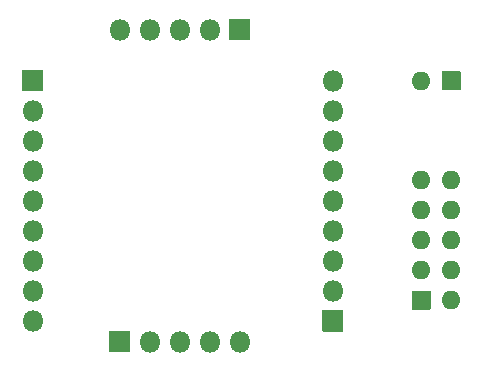
<source format=gbr>
G04 #@! TF.GenerationSoftware,KiCad,Pcbnew,5.1.10*
G04 #@! TF.CreationDate,2021-08-13T17:50:11+08:00*
G04 #@! TF.ProjectId,kudo-printer,6b75646f-2d70-4726-996e-7465722e6b69,rev?*
G04 #@! TF.SameCoordinates,PX2160ec0PY2255100*
G04 #@! TF.FileFunction,Soldermask,Bot*
G04 #@! TF.FilePolarity,Negative*
%FSLAX46Y46*%
G04 Gerber Fmt 4.6, Leading zero omitted, Abs format (unit mm)*
G04 Created by KiCad (PCBNEW 5.1.10) date 2021-08-13 17:50:11*
%MOMM*%
%LPD*%
G01*
G04 APERTURE LIST*
%ADD10O,1.800000X1.800000*%
%ADD11O,1.600000X1.600000*%
G04 APERTURE END LIST*
D10*
X1625000Y-26220000D03*
X1625000Y-23680000D03*
X1625000Y-21140000D03*
X1625000Y-18600000D03*
X1625000Y-16060000D03*
X1625000Y-13520000D03*
X1625000Y-10980000D03*
X1625000Y-8440000D03*
G36*
G01*
X725000Y-6750000D02*
X725000Y-5050000D01*
G75*
G02*
X775000Y-5000000I50000J0D01*
G01*
X2475000Y-5000000D01*
G75*
G02*
X2525000Y-5050000I0J-50000D01*
G01*
X2525000Y-6750000D01*
G75*
G02*
X2475000Y-6800000I-50000J0D01*
G01*
X775000Y-6800000D01*
G75*
G02*
X725000Y-6750000I0J50000D01*
G01*
G37*
X8985000Y-1575000D03*
X11525000Y-1575000D03*
X14065000Y-1575000D03*
X16605000Y-1575000D03*
G36*
G01*
X18295000Y-675000D02*
X19995000Y-675000D01*
G75*
G02*
X20045000Y-725000I0J-50000D01*
G01*
X20045000Y-2425000D01*
G75*
G02*
X19995000Y-2475000I-50000J0D01*
G01*
X18295000Y-2475000D01*
G75*
G02*
X18245000Y-2425000I0J50000D01*
G01*
X18245000Y-725000D01*
G75*
G02*
X18295000Y-675000I50000J0D01*
G01*
G37*
X19140000Y-28000000D03*
X16600000Y-28000000D03*
X14060000Y-28000000D03*
X11520000Y-28000000D03*
G36*
G01*
X9830000Y-28900000D02*
X8130000Y-28900000D01*
G75*
G02*
X8080000Y-28850000I0J50000D01*
G01*
X8080000Y-27150000D01*
G75*
G02*
X8130000Y-27100000I50000J0D01*
G01*
X9830000Y-27100000D01*
G75*
G02*
X9880000Y-27150000I0J-50000D01*
G01*
X9880000Y-28850000D01*
G75*
G02*
X9830000Y-28900000I-50000J0D01*
G01*
G37*
X27025000Y-5905000D03*
X27025000Y-8445000D03*
X27025000Y-10985000D03*
X27025000Y-13525000D03*
X27025000Y-16065000D03*
X27025000Y-18605000D03*
X27025000Y-21145000D03*
X27025000Y-23685000D03*
G36*
G01*
X27925000Y-25375000D02*
X27925000Y-27075000D01*
G75*
G02*
X27875000Y-27125000I-50000J0D01*
G01*
X26175000Y-27125000D01*
G75*
G02*
X26125000Y-27075000I0J50000D01*
G01*
X26125000Y-25375000D01*
G75*
G02*
X26175000Y-25325000I50000J0D01*
G01*
X27875000Y-25325000D01*
G75*
G02*
X27925000Y-25375000I0J-50000D01*
G01*
G37*
D11*
X34510000Y-5900000D03*
G36*
G01*
X36300000Y-5100000D02*
X37800000Y-5100000D01*
G75*
G02*
X37850000Y-5150000I0J-50000D01*
G01*
X37850000Y-6650000D01*
G75*
G02*
X37800000Y-6700000I-50000J0D01*
G01*
X36300000Y-6700000D01*
G75*
G02*
X36250000Y-6650000I0J50000D01*
G01*
X36250000Y-5150000D01*
G75*
G02*
X36300000Y-5100000I50000J0D01*
G01*
G37*
X37065000Y-14315000D03*
X34525000Y-14315000D03*
X37065000Y-16855000D03*
X34525000Y-16855000D03*
X37065000Y-19395000D03*
X34525000Y-19395000D03*
X37065000Y-21935000D03*
X34525000Y-21935000D03*
X37065000Y-24475000D03*
G36*
G01*
X33725000Y-25225000D02*
X33725000Y-23725000D01*
G75*
G02*
X33775000Y-23675000I50000J0D01*
G01*
X35275000Y-23675000D01*
G75*
G02*
X35325000Y-23725000I0J-50000D01*
G01*
X35325000Y-25225000D01*
G75*
G02*
X35275000Y-25275000I-50000J0D01*
G01*
X33775000Y-25275000D01*
G75*
G02*
X33725000Y-25225000I0J50000D01*
G01*
G37*
M02*

</source>
